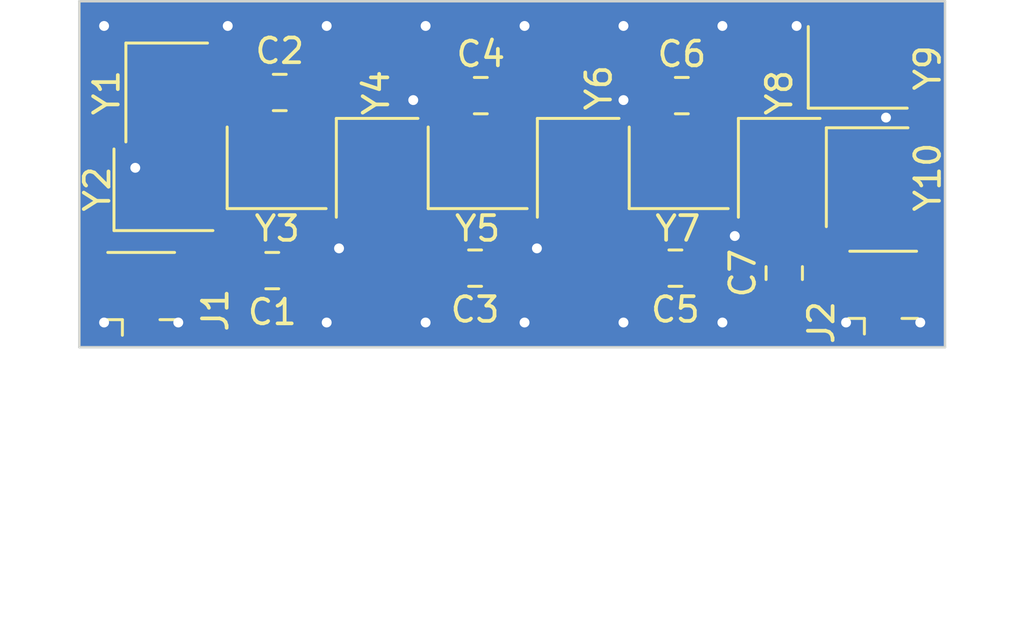
<source format=kicad_pcb>
(kicad_pcb (version 20221018) (generator pcbnew)
  (layers (0 "F.Cu" signal) (31 "B.Cu" signal) (34 "B.Paste" user) (35 "F.Paste" user) (36 "B.SilkS" user "B.Silkscreen") (37 "F.SilkS" user "F.Silkscreen") (38 "B.Mask" user) (39 "F.Mask" user) (44 "Edge.Cuts" user))
  (net 0 "")
  (net 1 "Earth")
  (net 2 "Net-(C1-Pad2)")
  (net 3 "Net-(C2-Pad2)")
  (net 4 "Net-(C3-Pad2)")
  (net 5 "Net-(C4-Pad2)")
  (net 6 "Net-(C5-Pad2)")
  (net 7 "Net-(C6-Pad2)")
  (net 8 "Net-(C7-Pad2)")
  (net 9 "Net-(J1-In)")
  (net 10 "Net-(J2-In)")
  (footprint "Capacitor_SMD:C_0805_2012Metric" (layer "F.Cu") (at 61.8 82.9 180)
    (fp_text reference "C1" (at 0 -1.68) (layer "F.SilkS"))
    (fp_text value "330")
    (fp_line (start -0.261252 -0.735) (end 0.261252 -0.735) (stroke (width 0.12)) (layer "F.SilkS"))
    (fp_line (start -0.261252 0.735) (end 0.261252 0.735) (stroke (width 0.12)) (layer "F.SilkS"))
    (pad "1" smd roundrect (at -0.95 0 180) (size 1 1.45) (layers "F.Cu" "F.Paste" "F.Mask") (net 1 "Earth"))
    (pad "2" smd roundrect (at 0.95 0 180) (size 1 1.45) (layers "F.Cu" "F.Paste" "F.Mask") (net 2 "Net-(C1-Pad2)"))
  )
  (footprint "Crystal:Crystal_SMD_3225-4Pin_3.2x2.5mm" (layer "F.Cu") (at 74.168 78.74 -90)
    (fp_text reference "Y6" (at -3.24 -0.832 90) (layer "F.SilkS"))
    (fp_text value "8MHz")
    (fp_line (start -2 -1.65) (end -2 1.65) (stroke (width 0.12)) (layer "F.SilkS"))
    (fp_line (start -2 1.65) (end 2 1.65) (stroke (width 0.12)) (layer "F.SilkS"))
    (pad "1" smd rect (at -1.1 0.85 270) (size 1.4 1.2) (layers "F.Cu" "F.Paste" "F.Mask") (net 5 "Net-(C4-Pad2)"))
    (pad "2" smd rect (at 1.1 0.85 270) (size 1.4 1.2) (layers "F.Cu" "F.Paste" "F.Mask") (net 1 "Earth"))
    (pad "3" smd rect (at 1.1 -0.85 270) (size 1.4 1.2) (layers "F.Cu" "F.Paste" "F.Mask") (net 6 "Net-(C5-Pad2)"))
    (pad "4" smd rect (at -1.1 -0.85 270) (size 1.4 1.2) (layers "F.Cu" "F.Paste" "F.Mask") (net 1 "Earth"))
  )
  (footprint "Crystal:Crystal_SMD_3225-4Pin_3.2x2.5mm" (layer "F.Cu") (at 85.471 74.676)
    (fp_text reference "Y9" (at 2.829 0.024 90) (layer "F.SilkS"))
    (fp_text value "8MHz")
    (fp_line (start -2 -1.65) (end -2 1.65) (stroke (width 0.12)) (layer "F.SilkS"))
    (fp_line (start -2 1.65) (end 2 1.65) (stroke (width 0.12)) (layer "F.SilkS"))
    (pad "1" smd rect (at -1.1 0.85) (size 1.4 1.2) (layers "F.Cu" "F.Paste" "F.Mask") (net 8 "Net-(C7-Pad2)"))
    (pad "2" smd rect (at 1.1 0.85) (size 1.4 1.2) (layers "F.Cu" "F.Paste" "F.Mask") (net 1 "Earth"))
    (pad "3" smd rect (at 1.1 -0.85) (size 1.4 1.2) (layers "F.Cu" "F.Paste" "F.Mask") (net 10 "Net-(J2-In)"))
    (pad "4" smd rect (at -1.1 -0.85) (size 1.4 1.2) (layers "F.Cu" "F.Paste" "F.Mask") (net 1 "Earth"))
  )
  (footprint "Connector_Coaxial:U.FL_Hirose_U.FL-R-SMT-1_Vertical" (layer "F.Cu") (at 56.5 84 90)
    (fp_text reference "J1" (at -0.5 3 90) (layer "F.SilkS"))
    (fp_text value "Conn_Coaxial")
    (fp_line (start -0.885 -1.4) (end -0.885 -0.76) (stroke (width 0.12)) (layer "F.SilkS"))
    (fp_line (start -0.885 -0.76) (end -1.515 -0.76) (stroke (width 0.12)) (layer "F.SilkS"))
    (fp_line (start -0.885 1.4) (end -0.885 0.76) (stroke (width 0.12)) (layer "F.SilkS"))
    (fp_line (start 1.835 -1.35) (end 1.835 1.35) (stroke (width 0.12)) (layer "F.SilkS"))
    (pad "1" smd rect (at -1.05 0 90) (size 1.05 1) (layers "F.Cu" "F.Paste" "F.Mask") (net 9 "Net-(J1-In)"))
    (pad "2" smd rect (at 0.475 -1.475 90) (size 2.2 1.05) (layers "F.Cu" "F.Paste" "F.Mask") (net 1 "Earth"))
    (pad "2" smd rect (at 0.475 1.475 90) (size 2.2 1.05) (layers "F.Cu" "F.Paste" "F.Mask") (net 1 "Earth"))
  )
  (footprint "Capacitor_SMD:C_0805_2012Metric" (layer "F.Cu") (at 82.5 83 90)
    (fp_text reference "C7" (at 0 -1.68 90) (layer "F.SilkS"))
    (fp_text value "330")
    (fp_line (start -0.261252 -0.735) (end 0.261252 -0.735) (stroke (width 0.12)) (layer "F.SilkS"))
    (fp_line (start -0.261252 0.735) (end 0.261252 0.735) (stroke (width 0.12)) (layer "F.SilkS"))
    (pad "1" smd roundrect (at -0.95 0 90) (size 1 1.45) (layers "F.Cu" "F.Paste" "F.Mask") (net 1 "Earth"))
    (pad "2" smd roundrect (at 0.95 0 90) (size 1 1.45) (layers "F.Cu" "F.Paste" "F.Mask") (net 8 "Net-(C7-Pad2)"))
  )
  (footprint "Crystal:Crystal_SMD_3225-4Pin_3.2x2.5mm" (layer "F.Cu") (at 70.104 78.74)
    (fp_text reference "Y5" (at -0.004 2.46) (layer "F.SilkS"))
    (fp_text value "8MHz")
    (fp_line (start -2 -1.65) (end -2 1.65) (stroke (width 0.12)) (layer "F.SilkS"))
    (fp_line (start -2 1.65) (end 2 1.65) (stroke (width 0.12)) (layer "F.SilkS"))
    (pad "1" smd rect (at -1.1 0.85) (size 1.4 1.2) (layers "F.Cu" "F.Paste" "F.Mask") (net 4 "Net-(C3-Pad2)"))
    (pad "2" smd rect (at 1.1 0.85) (size 1.4 1.2) (layers "F.Cu" "F.Paste" "F.Mask") (net 1 "Earth"))
    (pad "3" smd rect (at 1.1 -0.85) (size 1.4 1.2) (layers "F.Cu" "F.Paste" "F.Mask") (net 5 "Net-(C4-Pad2)"))
    (pad "4" smd rect (at -1.1 -0.85) (size 1.4 1.2) (layers "F.Cu" "F.Paste" "F.Mask") (net 1 "Earth"))
  )
  (footprint "Capacitor_SMD:C_0805_2012Metric" (layer "F.Cu") (at 78.1 82.8 180)
    (fp_text reference "C5" (at 0 -1.68) (layer "F.SilkS"))
    (fp_text value "330")
    (fp_line (start -0.261252 -0.735) (end 0.261252 -0.735) (stroke (width 0.12)) (layer "F.SilkS"))
    (fp_line (start -0.261252 0.735) (end 0.261252 0.735) (stroke (width 0.12)) (layer "F.SilkS"))
    (pad "1" smd roundrect (at -0.95 0 180) (size 1 1.45) (layers "F.Cu" "F.Paste" "F.Mask") (net 1 "Earth"))
    (pad "2" smd roundrect (at 0.95 0 180) (size 1 1.45) (layers "F.Cu" "F.Paste" "F.Mask") (net 6 "Net-(C5-Pad2)"))
  )
  (footprint "Crystal:Crystal_SMD_3225-4Pin_3.2x2.5mm" (layer "F.Cu") (at 57.4 79.629)
    (fp_text reference "Y2" (at -2.677 -0.029 90) (layer "F.SilkS"))
    (fp_text value "8MHz")
    (fp_line (start -2 -1.65) (end -2 1.65) (stroke (width 0.12)) (layer "F.SilkS"))
    (fp_line (start -2 1.65) (end 2 1.65) (stroke (width 0.12)) (layer "F.SilkS"))
    (pad "1" smd rect (at -1.1 0.85) (size 1.4 1.2) (layers "F.Cu" "F.Paste" "F.Mask") (net 9 "Net-(J1-In)"))
    (pad "2" smd rect (at 1.1 0.85) (size 1.4 1.2) (layers "F.Cu" "F.Paste" "F.Mask") (net 1 "Earth"))
    (pad "3" smd rect (at 1.1 -0.85) (size 1.4 1.2) (layers "F.Cu" "F.Paste" "F.Mask") (net 2 "Net-(C1-Pad2)"))
    (pad "4" smd rect (at -1.1 -0.85) (size 1.4 1.2) (layers "F.Cu" "F.Paste" "F.Mask") (net 1 "Earth"))
  )
  (footprint "Capacitor_SMD:C_0805_2012Metric" (layer "F.Cu") (at 70 82.8 180)
    (fp_text reference "C3" (at 0 -1.68) (layer "F.SilkS"))
    (fp_text value "330")
    (fp_line (start -0.261252 -0.735) (end 0.261252 -0.735) (stroke (width 0.12)) (layer "F.SilkS"))
    (fp_line (start -0.261252 0.735) (end 0.261252 0.735) (stroke (width 0.12)) (layer "F.SilkS"))
    (pad "1" smd roundrect (at -0.95 0 180) (size 1 1.45) (layers "F.Cu" "F.Paste" "F.Mask") (net 1 "Earth"))
    (pad "2" smd roundrect (at 0.95 0 180) (size 1 1.45) (layers "F.Cu" "F.Paste" "F.Mask") (net 4 "Net-(C3-Pad2)"))
  )
  (footprint "Crystal:Crystal_SMD_3225-4Pin_3.2x2.5mm" (layer "F.Cu") (at 57.531 75.692 -90)
    (fp_text reference "Y1" (at 0.008 2.431 -90) (layer "F.SilkS"))
    (fp_text value "8MHz")
    (fp_line (start -2 -1.65) (end -2 1.65) (stroke (width 0.12)) (layer "F.SilkS"))
    (fp_line (start -2 1.65) (end 2 1.65) (stroke (width 0.12)) (layer "F.SilkS"))
    (pad "1" smd rect (at -1.1 0.85 270) (size 1.4 1.2) (layers "F.Cu" "F.Paste" "F.Mask") (net 9 "Net-(J1-In)"))
    (pad "2" smd rect (at 1.1 0.85 270) (size 1.4 1.2) (layers "F.Cu" "F.Paste" "F.Mask") (net 1 "Earth"))
    (pad "3" smd rect (at 1.1 -0.85 270) (size 1.4 1.2) (layers "F.Cu" "F.Paste" "F.Mask") (net 2 "Net-(C1-Pad2)"))
    (pad "4" smd rect (at -1.1 -0.85 270) (size 1.4 1.2) (layers "F.Cu" "F.Paste" "F.Mask") (net 1 "Earth"))
  )
  (footprint "Crystal:Crystal_SMD_3225-4Pin_3.2x2.5mm" (layer "F.Cu") (at 61.976 78.74)
    (fp_text reference "Y3" (at 0.024 2.46) (layer "F.SilkS"))
    (fp_text value "8MHz")
    (fp_line (start -2 -1.65) (end -2 1.65) (stroke (width 0.12)) (layer "F.SilkS"))
    (fp_line (start -2 1.65) (end 2 1.65) (stroke (width 0.12)) (layer "F.SilkS"))
    (pad "1" smd rect (at -1.1 0.85) (size 1.4 1.2) (layers "F.Cu" "F.Paste" "F.Mask") (net 2 "Net-(C1-Pad2)"))
    (pad "2" smd rect (at 1.1 0.85) (size 1.4 1.2) (layers "F.Cu" "F.Paste" "F.Mask") (net 1 "Earth"))
    (pad "3" smd rect (at 1.1 -0.85) (size 1.4 1.2) (layers "F.Cu" "F.Paste" "F.Mask") (net 3 "Net-(C2-Pad2)"))
    (pad "4" smd rect (at -1.1 -0.85) (size 1.4 1.2) (layers "F.Cu" "F.Paste" "F.Mask") (net 1 "Earth"))
  )
  (footprint "Capacitor_SMD:C_0805_2012Metric" (layer "F.Cu") (at 62.103 75.692)
    (fp_text reference "C2" (at 0 -1.68) (layer "F.SilkS"))
    (fp_text value "330")
    (fp_line (start -0.261252 -0.735) (end 0.261252 -0.735) (stroke (width 0.12)) (layer "F.SilkS"))
    (fp_line (start -0.261252 0.735) (end 0.261252 0.735) (stroke (width 0.12)) (layer "F.SilkS"))
    (pad "1" smd roundrect (at -0.95 0) (size 1 1.45) (layers "F.Cu" "F.Paste" "F.Mask") (net 1 "Earth"))
    (pad "2" smd roundrect (at 0.95 0) (size 1 1.45) (layers "F.Cu" "F.Paste" "F.Mask") (net 3 "Net-(C2-Pad2)"))
  )
  (footprint "Capacitor_SMD:C_0805_2012Metric" (layer "F.Cu") (at 78.359 75.819)
    (fp_text reference "C6" (at 0 -1.68) (layer "F.SilkS"))
    (fp_text value "330")
    (fp_line (start -0.261252 -0.735) (end 0.261252 -0.735) (stroke (width 0.12)) (layer "F.SilkS"))
    (fp_line (start -0.261252 0.735) (end 0.261252 0.735) (stroke (width 0.12)) (layer "F.SilkS"))
    (pad "1" smd roundrect (at -0.95 0) (size 1 1.45) (layers "F.Cu" "F.Paste" "F.Mask") (net 1 "Earth"))
    (pad "2" smd roundrect (at 0.95 0) (size 1 1.45) (layers "F.Cu" "F.Paste" "F.Mask") (net 7 "Net-(C6-Pad2)"))
  )
  (footprint "Crystal:Crystal_SMD_3225-4Pin_3.2x2.5mm" (layer "F.Cu") (at 85.852 79.121 -90)
    (fp_text reference "Y10" (at 0 -2.45 90) (layer "F.SilkS"))
    (fp_text value "8MHz")
    (fp_line (start -2 -1.65) (end -2 1.65) (stroke (width 0.12)) (layer "F.SilkS"))
    (fp_line (start -2 1.65) (end 2 1.65) (stroke (width 0.12)) (layer "F.SilkS"))
    (pad "1" smd rect (at -1.1 0.85 270) (size 1.4 1.2) (layers "F.Cu" "F.Paste" "F.Mask") (net 8 "Net-(C7-Pad2)"))
    (pad "2" smd rect (at 1.1 0.85 270) (size 1.4 1.2) (layers "F.Cu" "F.Paste" "F.Mask") (net 1 "Earth"))
    (pad "3" smd rect (at 1.1 -0.85 270) (size 1.4 1.2) (layers "F.Cu" "F.Paste" "F.Mask") (net 10 "Net-(J2-In)"))
    (pad "4" smd rect (at -1.1 -0.85 270) (size 1.4 1.2) (layers "F.Cu" "F.Paste" "F.Mask") (net 1 "Earth"))
  )
  (footprint "Crystal:Crystal_SMD_3225-4Pin_3.2x2.5mm" (layer "F.Cu") (at 66.04 78.74 -90)
    (fp_text reference "Y4" (at -3.04 0.04 90) (layer "F.SilkS"))
    (fp_text value "8MHz")
    (fp_line (start -2 -1.65) (end -2 1.65) (stroke (width 0.12)) (layer "F.SilkS"))
    (fp_line (start -2 1.65) (end 2 1.65) (stroke (width 0.12)) (layer "F.SilkS"))
    (pad "1" smd rect (at -1.1 0.85 270) (size 1.4 1.2) (layers "F.Cu" "F.Paste" "F.Mask") (net 3 "Net-(C2-Pad2)"))
    (pad "2" smd rect (at 1.1 0.85 270) (size 1.4 1.2) (layers "F.Cu" "F.Paste" "F.Mask") (net 1 "Earth"))
    (pad "3" smd rect (at 1.1 -0.85 270) (size 1.4 1.2) (layers "F.Cu" "F.Paste" "F.Mask") (net 4 "Net-(C3-Pad2)"))
    (pad "4" smd rect (at -1.1 -0.85 270) (size 1.4 1.2) (layers "F.Cu" "F.Paste" "F.Mask") (net 1 "Earth"))
  )
  (footprint "Crystal:Crystal_SMD_3225-4Pin_3.2x2.5mm" (layer "F.Cu") (at 82.296 78.74 -90)
    (fp_text reference "Y8" (at -3.04 -0.004 90) (layer "F.SilkS"))
    (fp_text value "8MHz")
    (fp_line (start -2 -1.65) (end -2 1.65) (stroke (width 0.12)) (layer "F.SilkS"))
    (fp_line (start -2 1.65) (end 2 1.65) (stroke (width 0.12)) (layer "F.SilkS"))
    (pad "1" smd rect (at -1.1 0.85 270) (size 1.4 1.2) (layers "F.Cu" "F.Paste" "F.Mask") (net 7 "Net-(C6-Pad2)"))
    (pad "2" smd rect (at 1.1 0.85 270) (size 1.4 1.2) (layers "F.Cu" "F.Paste" "F.Mask") (net 1 "Earth"))
    (pad "3" smd rect (at 1.1 -0.85 270) (size 1.4 1.2) (layers "F.Cu" "F.Paste" "F.Mask") (net 8 "Net-(C7-Pad2)"))
    (pad "4" smd rect (at -1.1 -0.85 270) (size 1.4 1.2) (layers "F.Cu" "F.Paste" "F.Mask") (net 1 "Earth"))
  )
  (footprint "Capacitor_SMD:C_0805_2012Metric" (layer "F.Cu") (at 70.231 75.819)
    (fp_text reference "C4" (at 0 -1.68) (layer "F.SilkS"))
    (fp_text value "330")
    (fp_line (start -0.261252 -0.735) (end 0.261252 -0.735) (stroke (width 0.12)) (layer "F.SilkS"))
    (fp_line (start -0.261252 0.735) (end 0.261252 0.735) (stroke (width 0.12)) (layer "F.SilkS"))
    (pad "1" smd roundrect (at -0.95 0) (size 1 1.45) (layers "F.Cu" "F.Paste" "F.Mask") (net 1 "Earth"))
    (pad "2" smd roundrect (at 0.95 0) (size 1 1.45) (layers "F.Cu" "F.Paste" "F.Mask") (net 5 "Net-(C4-Pad2)"))
  )
  (footprint "Crystal:Crystal_SMD_3225-4Pin_3.2x2.5mm" (layer "F.Cu") (at 78.232 78.74)
    (fp_text reference "Y7" (at -0.032 2.46) (layer "F.SilkS"))
    (fp_text value "8MHz")
    (fp_line (start -2 -1.65) (end -2 1.65) (stroke (width 0.12)) (layer "F.SilkS"))
    (fp_line (start -2 1.65) (end 2 1.65) (stroke (width 0.12)) (layer "F.SilkS"))
    (pad "1" smd rect (at -1.1 0.85) (size 1.4 1.2) (layers "F.Cu" "F.Paste" "F.Mask") (net 6 "Net-(C5-Pad2)"))
    (pad "2" smd rect (at 1.1 0.85) (size 1.4 1.2) (layers "F.Cu" "F.Paste" "F.Mask") (net 1 "Earth"))
    (pad "3" smd rect (at 1.1 -0.85) (size 1.4 1.2) (layers "F.Cu" "F.Paste" "F.Mask") (net 7 "Net-(C6-Pad2)"))
    (pad "4" smd rect (at -1.1 -0.85) (size 1.4 1.2) (layers "F.Cu" "F.Paste" "F.Mask") (net 1 "Earth"))
  )
  (footprint "Connector_Coaxial:U.FL_Hirose_U.FL-R-SMT-1_Vertical" (layer "F.Cu") (at 86.5 83.95 90)
    (fp_text reference "J2" (at -1.05 -2.5 90) (layer "F.SilkS"))
    (fp_text value "Conn_Coaxial")
    (fp_line (start -0.885 -1.4) (end -0.885 -0.76) (stroke (width 0.12)) (layer "F.SilkS"))
    (fp_line (start -0.885 -0.76) (end -1.515 -0.76) (stroke (width 0.12)) (layer "F.SilkS"))
    (fp_line (start -0.885 1.4) (end -0.885 0.76) (stroke (width 0.12)) (layer "F.SilkS"))
    (fp_line (start 1.835 -1.35) (end 1.835 1.35) (stroke (width 0.12)) (layer "F.SilkS"))
    (pad "1" smd rect (at -1.05 0 90) (size 1.05 1) (layers "F.Cu" "F.Paste" "F.Mask") (net 10 "Net-(J2-In)"))
    (pad "2" smd rect (at 0.475 -1.475 90) (size 2.2 1.05) (layers "F.Cu" "F.Paste" "F.Mask") (net 1 "Earth"))
    (pad "2" smd rect (at 0.475 1.475 90) (size 2.2 1.05) (layers "F.Cu" "F.Paste" "F.Mask") (net 1 "Earth"))
  )
  (gr_line (start 54 72) (end 54 86) (stroke (width 0.1)) (layer "Edge.Cuts"))
  (gr_line (start 89 72) (end 54 72) (stroke (width 0.1)) (layer "Edge.Cuts"))
  (gr_line (start 54 86) (end 89 86) (stroke (width 0.1)) (layer "Edge.Cuts"))
  (gr_line (start 89 86) (end 89 72) (stroke (width 0.1)) (layer "Edge.Cuts"))
  (segment (start 56.261 77.212) (end 56.681 76.792) (width 1) (layer "F.Cu") (net 1))
  (segment (start 56.261 78.74) (end 56.261 77.212) (width 1) (layer "F.Cu") (net 1))
  (segment (start 56.177 78.779) (end 56.261 78.74) (width 0.5) (layer "F.Cu") (net 1))
  (via (at 60 73) (size 0.8) (drill 0.4) (layers "F.Cu" "B.Cu") (net 1))
  (via (at 72 85) (size 0.8) (drill 0.4) (layers "F.Cu" "B.Cu") (net 1))
  (via (at 88 85) (size 0.8) (drill 0.4) (layers "F.Cu" "B.Cu") (net 1))
  (via (at 64.5 82) (size 0.8) (drill 0.4) (layers "F.Cu" "B.Cu") (net 1))
  (via (at 72.5 82) (size 0.8) (drill 0.4) (layers "F.Cu" "B.Cu") (net 1))
  (via (at 56.261 78.74) (size 0.8) (drill 0.4) (layers "F.Cu" "B.Cu") (net 1))
  (via (at 64 73) (size 0.8) (drill 0.4) (layers "F.Cu" "B.Cu") (net 1))
  (via (at 76 76) (size 0.8) (drill 0.4) (layers "F.Cu" "B.Cu") (net 1))
  (via (at 80 85) (size 0.8) (drill 0.4) (layers "F.Cu" "B.Cu") (net 1))
  (via (at 86.614 76.708) (size 0.8) (drill 0.4) (layers "F.Cu" "B.Cu") (net 1))
  (via (at 83 73) (size 0.8) (drill 0.4) (layers "F.Cu" "B.Cu") (net 1))
  (via (at 55 73) (size 0.8) (drill 0.4) (layers "F.Cu" "B.Cu") (net 1))
  (via (at 72 73) (size 0.8) (drill 0.4) (layers "F.Cu" "B.Cu") (net 1))
  (via (at 68 73) (size 0.8) (drill 0.4) (layers "F.Cu" "B.Cu") (net 1))
  (via (at 58 85) (size 0.8) (drill 0.4) (layers "F.Cu" "B.Cu") (net 1))
  (via (at 80 73) (size 0.8) (drill 0.4) (layers "F.Cu" "B.Cu") (net 1))
  (via (at 76 85) (size 0.8) (drill 0.4) (layers "F.Cu" "B.Cu") (net 1))
  (via (at 85 85) (size 0.8) (drill 0.4) (layers "F.Cu" "B.Cu") (net 1))
  (via (at 64 85) (size 0.8) (drill 0.4) (layers "F.Cu" "B.Cu") (net 1))
  (via (at 55 85) (size 0.8) (drill 0.4) (layers "F.Cu" "B.Cu") (net 1))
  (via (at 76 73) (size 0.8) (drill 0.4) (layers "F.Cu" "B.Cu") (net 1))
  (via (at 68 85) (size 0.8) (drill 0.4) (layers "F.Cu" "B.Cu") (net 1))
  (via (at 67.5 76) (size 0.8) (drill 0.4) (layers "F.Cu" "B.Cu") (net 1))
  (via (at 80.5 81.5) (size 0.8) (drill 0.4) (layers "F.Cu" "B.Cu") (net 1))
  (segment (start 58.381 76.792) (end 58.381 78.775) (width 1) (layer "F.Cu") (net 2))
  (segment (start 59.577 78.779) (end 60.388 79.59) (width 1) (layer "F.Cu") (net 2))
  (segment (start 60.876 82.874) (end 60.85 82.9) (width 1) (layer "F.Cu") (net 2))
  (segment (start 60.876 79.59) (end 60.876 82.874) (width 1) (layer "F.Cu") (net 2))
  (segment (start 58.381 78.775) (end 58.377 78.779) (width 1) (layer "F.Cu") (net 2))
  (segment (start 58.377 78.779) (end 59.577 78.779) (width 1) (layer "F.Cu") (net 2))
  (segment (start 60.388 79.59) (end 60.876 79.59) (width 1) (layer "F.Cu") (net 2))
  (segment (start 63.053 75.692) (end 63.373 75.372) (width 1) (layer "F.Cu") (net 3))
  (segment (start 64.831 75.372) (end 65.19 75.731) (width 1) (layer "F.Cu") (net 3))
  (segment (start 63.373 75.372) (end 64.831 75.372) (width 1) (layer "F.Cu") (net 3))
  (segment (start 65.19 75.731) (end 65.19 77.64) (width 1) (layer "F.Cu") (net 3))
  (segment (start 63.076 75.715) (end 63.053 75.692) (width 1) (layer "F.Cu") (net 3))
  (segment (start 63.076 77.89) (end 63.076 75.715) (width 1) (layer "F.Cu") (net 3))
  (segment (start 66.89 82.39) (end 66.89 79.84) (width 1) (layer "F.Cu") (net 4))
  (segment (start 67.3 82.8) (end 66.89 82.39) (width 1) (layer "F.Cu") (net 4))
  (segment (start 69.004 79.59) (end 69.004 82.746) (width 1) (layer "F.Cu") (net 4))
  (segment (start 69.004 82.746) (end 68.95 82.8) (width 1) (layer "F.Cu") (net 4))
  (segment (start 68.95 82.8) (end 67.3 82.8) (width 1) (layer "F.Cu") (net 4))
  (segment (start 71.308 75.819) (end 73.279 75.819) (width 1) (layer "F.Cu") (net 5))
  (segment (start 73.279 77.601) (end 73.318 77.64) (width 1) (layer "F.Cu") (net 5))
  (segment (start 73.279 75.819) (end 73.279 77.601) (width 1) (layer "F.Cu") (net 5))
  (segment (start 71.204 77.89) (end 71.204 75.923) (width 1) (layer "F.Cu") (net 5))
  (segment (start 71.204 75.923) (end 71.308 75.819) (width 1) (layer "F.Cu") (net 5))
  (segment (start 75.4 82.8) (end 77.15 82.8) (width 1) (layer "F.Cu") (net 6))
  (segment (start 75.018 82.418) (end 75.4 82.8) (width 1) (layer "F.Cu") (net 6))
  (segment (start 77.15 79.608) (end 77.132 79.59) (width 1) (layer "F.Cu") (net 6))
  (segment (start 77.15 82.8) (end 77.15 79.608) (width 1) (layer "F.Cu") (net 6))
  (segment (start 75.018 79.84) (end 75.018 82.418) (width 1) (layer "F.Cu") (net 6))
  (segment (start 81.446 77.64) (end 81.446 76.366) (width 1) (layer "F.Cu") (net 7))
  (segment (start 79.332 75.842) (end 79.309 75.819) (width 1) (layer "F.Cu") (net 7))
  (segment (start 79.332 77.89) (end 79.332 75.842) (width 1) (layer "F.Cu") (net 7))
  (segment (start 80.899 75.819) (end 79.309 75.819) (width 1) (layer "F.Cu") (net 7))
  (segment (start 81.446 76.366) (end 80.899 75.819) (width 1) (layer "F.Cu") (net 7))
  (segment (start 85.002 78.021) (end 85.002 76.157) (width 1) (layer "F.Cu") (net 8))
  (segment (start 83.146 79.414) (end 83.146 79.84) (width 0.5) (layer "F.Cu") (net 8))
  (segment (start 84.196 78.79) (end 83.77 78.79) (width 0.5) (layer "F.Cu") (net 8))
  (segment (start 83.146 79.84) (end 83.146 81.404) (width 1) (layer "F.Cu") (net 8))
  (segment (start 85.002 76.157) (end 84.371 75.526) (width 1) (layer "F.Cu") (net 8))
  (segment (start 84.965 78.021) (end 84.196 78.79) (width 0.5) (layer "F.Cu") (net 8))
  (segment (start 83.77 78.79) (end 83.146 79.414) (width 0.5) (layer "F.Cu") (net 8))
  (segment (start 83.146 81.404) (end 82.5 82.05) (width 1) (layer "F.Cu") (net 8))
  (segment (start 56.5 80.802) (end 56.177 80.479) (width 1) (layer "F.Cu") (net 9))
  (segment (start 55.333 80.479) (end 56.177 80.479) (width 1) (layer "F.Cu") (net 9))
  (segment (start 56.5 85.05) (end 56.5 80.802) (width 1) (layer "F.Cu") (net 9))
  (segment (start 56.181 74.592) (end 54.61 76.163) (width 1) (layer "F.Cu") (net 9))
  (segment (start 56.681 74.592) (end 56.181 74.592) (width 1) (layer "F.Cu") (net 9))
  (segment (start 54.61 79.756) (end 55.333 80.479) (width 1) (layer "F.Cu") (net 9))
  (segment (start 54.61 76.163) (end 54.61 79.756) (width 1) (layer "F.Cu") (net 9))
  (segment (start 86.5 80.423) (end 86.5 85) (width 1) (layer "F.Cu") (net 10))
  (segment (start 87.571 73.826) (end 88.5 74.755) (width 1) (layer "F.Cu") (net 10))
  (segment (start 88.5 78.923) (end 88.002 79.421) (width 1) (layer "F.Cu") (net 10))
  (segment (start 87.502 79.421) (end 86.5 80.423) (width 1) (layer "F.Cu") (net 10))
  (segment (start 86.571 73.826) (end 87.571 73.826) (width 1) (layer "F.Cu") (net 10))
  (segment (start 88.5 74.755) (end 88.5 78.923) (width 1) (layer "F.Cu") (net 10))
  (segment (start 88.002 79.421) (end 87.502 79.421) (width 1) (layer "F.Cu") (net 10))
  (zone (net 1) (net_name "Earth") (layers "F&B.Cu") (connect_pads yes (clearance 0.5)) (min_thickness 0.25) (fill yes (thermal_gap 0.5) (thermal_bridge_width 0.5))
    (polygon (pts (xy 54 72) (xy 89 72) (xy 89 86) (xy 54 86)))
  )
)
</source>
